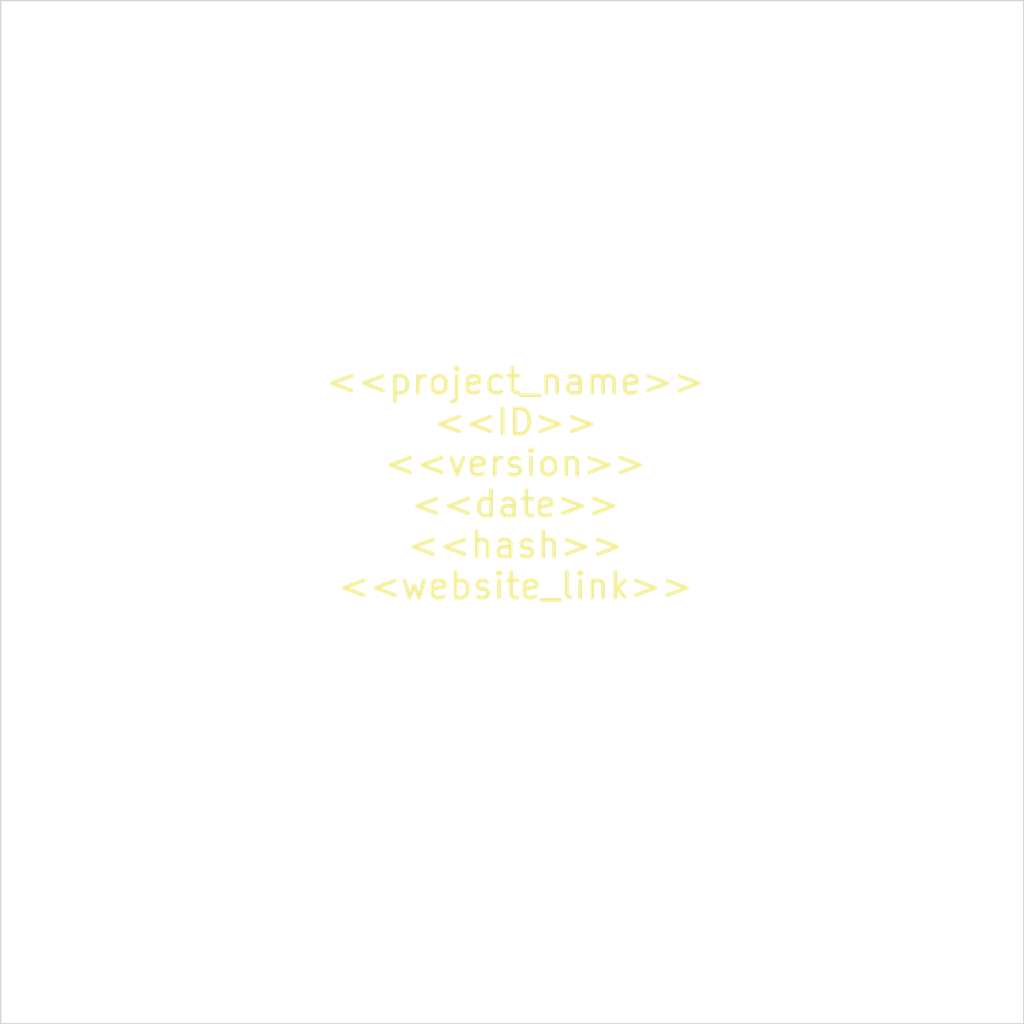
<source format=kicad_pcb>
(kicad_pcb (version 20211014) (generator pcbnew)

  (general
    (thickness 1.6)
  )

  (paper "A4")
  (title_block
    (title "<<ID>>_<<project_name>>")
    (date "<<date>>")
    (rev "<<version>>")
    (comment 4 "<<hash>>")
  )

  (layers
    (0 "F.Cu" signal)
    (31 "B.Cu" signal)
    (32 "B.Adhes" user "B.Adhesive")
    (33 "F.Adhes" user "F.Adhesive")
    (34 "B.Paste" user)
    (35 "F.Paste" user)
    (36 "B.SilkS" user "B.Silkscreen")
    (37 "F.SilkS" user "F.Silkscreen")
    (38 "B.Mask" user)
    (39 "F.Mask" user)
    (40 "Dwgs.User" user "User.Drawings")
    (41 "Cmts.User" user "User.Comments")
    (42 "Eco1.User" user "User.Eco1")
    (43 "Eco2.User" user "User.Eco2")
    (44 "Edge.Cuts" user)
    (45 "Margin" user)
    (46 "B.CrtYd" user "B.Courtyard")
    (47 "F.CrtYd" user "F.Courtyard")
    (48 "B.Fab" user)
    (49 "F.Fab" user)
  )

  (setup
    (stackup
      (layer "F.SilkS" (type "Top Silk Screen"))
      (layer "F.Paste" (type "Top Solder Paste"))
      (layer "F.Mask" (type "Top Solder Mask") (thickness 0.01))
      (layer "F.Cu" (type "copper") (thickness 0.035))
      (layer "dielectric 1" (type "core") (thickness 1.51) (material "FR4") (epsilon_r 4.5) (loss_tangent 0.02))
      (layer "B.Cu" (type "copper") (thickness 0.035))
      (layer "B.Mask" (type "Bottom Solder Mask") (thickness 0.01))
      (layer "B.Paste" (type "Bottom Solder Paste"))
      (layer "B.SilkS" (type "Bottom Silk Screen"))
      (copper_finish "None")
      (dielectric_constraints no)
    )
    (pad_to_mask_clearance 0)
    (pcbplotparams
      (layerselection 0x00010fc_ffffffff)
      (disableapertmacros false)
      (usegerberextensions false)
      (usegerberattributes true)
      (usegerberadvancedattributes true)
      (creategerberjobfile true)
      (svguseinch false)
      (svgprecision 6)
      (excludeedgelayer true)
      (plotframeref false)
      (viasonmask false)
      (mode 1)
      (useauxorigin false)
      (hpglpennumber 1)
      (hpglpenspeed 20)
      (hpglpendiameter 15.000000)
      (dxfpolygonmode true)
      (dxfimperialunits true)
      (dxfusepcbnewfont true)
      (psnegative false)
      (psa4output false)
      (plotreference true)
      (plotvalue true)
      (plotinvisibletext false)
      (sketchpadsonfab false)
      (subtractmaskfromsilk false)
      (outputformat 1)
      (mirror false)
      (drillshape 1)
      (scaleselection 1)
      (outputdirectory "")
    )
  )

  (net 0 "")

  (gr_rect (start 132 90.5) (end 172.25 130.75) (layer "Edge.Cuts") (width 0.05) (fill none) (tstamp f9bb6ec1-169e-4df0-868b-95c3d05d8b6e))
  (gr_text "<<project_name>>\n<<ID>>\n<<version>>\n<<date>>\n<<hash>>\n<<website_link>>" (at 152.25 109.5) (layer "F.SilkS") (tstamp db2ece89-8ae6-4182-9241-50ae4c827b71)
    (effects (font (size 1 1) (thickness 0.15)))
  )

)

</source>
